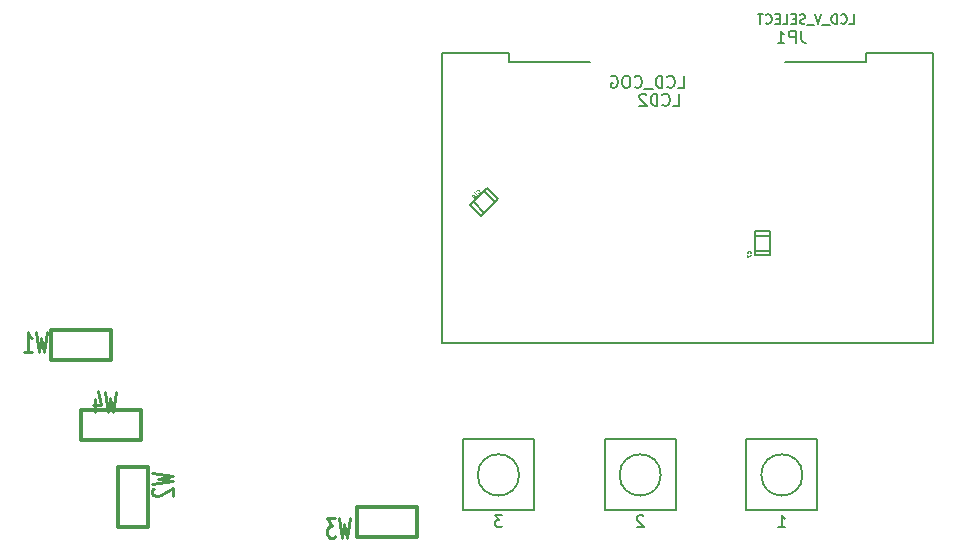
<source format=gbo>
G04 (created by PCBNEW (2013-05-18 BZR 4017)-stable) date Tue 31 Dec 2013 13:11:11 CST*
%MOIN*%
G04 Gerber Fmt 3.4, Leading zero omitted, Abs format*
%FSLAX34Y34*%
G01*
G70*
G90*
G04 APERTURE LIST*
%ADD10C,0.00590551*%
%ADD11C,0.005*%
%ADD12C,0.012*%
%ADD13C,0.0024*%
%ADD14C,0.0107*%
G04 APERTURE END LIST*
G54D10*
G54D11*
X69501Y-44198D02*
X69001Y-44198D01*
X69501Y-44698D02*
X69011Y-44698D01*
X69501Y-44848D02*
X69501Y-44048D01*
X69501Y-44048D02*
X69001Y-44048D01*
X69001Y-44048D02*
X69001Y-44848D01*
X69001Y-44848D02*
X69501Y-44848D01*
X59607Y-43070D02*
X59960Y-43424D01*
X59960Y-42717D02*
X60307Y-43063D01*
X60066Y-42611D02*
X59501Y-43176D01*
X59501Y-43176D02*
X59854Y-43530D01*
X59854Y-43530D02*
X60420Y-42964D01*
X60420Y-42964D02*
X60066Y-42611D01*
G54D12*
X45535Y-47334D02*
X45535Y-48334D01*
X45535Y-48334D02*
X47535Y-48334D01*
X47535Y-48334D02*
X47535Y-47334D01*
X47535Y-47334D02*
X45535Y-47334D01*
X47767Y-53913D02*
X48767Y-53913D01*
X48767Y-53913D02*
X48767Y-51913D01*
X48767Y-51913D02*
X47767Y-51913D01*
X47767Y-51913D02*
X47767Y-53913D01*
X57732Y-54240D02*
X57732Y-53240D01*
X57732Y-53240D02*
X55732Y-53240D01*
X55732Y-53240D02*
X55732Y-54240D01*
X55732Y-54240D02*
X57732Y-54240D01*
G54D10*
X59251Y-52165D02*
X59251Y-53346D01*
X59251Y-53346D02*
X61614Y-53346D01*
X61614Y-53346D02*
X61614Y-50984D01*
X61614Y-50984D02*
X59251Y-50984D01*
X59251Y-50984D02*
X59251Y-52165D01*
X61122Y-52165D02*
G75*
G03X61122Y-52165I-688J0D01*
G74*
G01*
X63976Y-52165D02*
X63976Y-53346D01*
X63976Y-53346D02*
X66338Y-53346D01*
X66338Y-53346D02*
X66338Y-50984D01*
X66338Y-50984D02*
X63976Y-50984D01*
X63976Y-50984D02*
X63976Y-52165D01*
X65846Y-52165D02*
G75*
G03X65846Y-52165I-688J0D01*
G74*
G01*
X68700Y-52165D02*
X68700Y-53346D01*
X68700Y-53346D02*
X71062Y-53346D01*
X71062Y-53346D02*
X71062Y-50984D01*
X71062Y-50984D02*
X68700Y-50984D01*
X68700Y-50984D02*
X68700Y-52165D01*
X70570Y-52165D02*
G75*
G03X70570Y-52165I-688J0D01*
G74*
G01*
G54D12*
X46519Y-50011D02*
X46519Y-51011D01*
X46519Y-51011D02*
X48519Y-51011D01*
X48519Y-51011D02*
X48519Y-50011D01*
X48519Y-50011D02*
X46519Y-50011D01*
G54D10*
X69980Y-38385D02*
X70866Y-38385D01*
X62893Y-38385D02*
X63484Y-38385D01*
X62834Y-38385D02*
X62913Y-38385D01*
X62913Y-38385D02*
X62795Y-38385D01*
X74921Y-38110D02*
X74921Y-47755D01*
X74921Y-47755D02*
X58543Y-47755D01*
X58543Y-47755D02*
X58543Y-38110D01*
X58543Y-38110D02*
X60787Y-38110D01*
X60787Y-38110D02*
X60787Y-38385D01*
X60787Y-38385D02*
X62795Y-38385D01*
X74921Y-38110D02*
X72677Y-38110D01*
X72677Y-38110D02*
X72677Y-38385D01*
X72677Y-38385D02*
X70629Y-38385D01*
G54D13*
X68836Y-44780D02*
X68842Y-44774D01*
X68847Y-44757D01*
X68847Y-44746D01*
X68842Y-44729D01*
X68830Y-44718D01*
X68819Y-44712D01*
X68797Y-44707D01*
X68780Y-44707D01*
X68757Y-44712D01*
X68746Y-44718D01*
X68735Y-44729D01*
X68729Y-44746D01*
X68729Y-44757D01*
X68735Y-44774D01*
X68741Y-44780D01*
X68729Y-44819D02*
X68729Y-44898D01*
X68847Y-44847D01*
X59764Y-42767D02*
X59772Y-42767D01*
X59788Y-42759D01*
X59796Y-42751D01*
X59804Y-42735D01*
X59804Y-42719D01*
X59800Y-42707D01*
X59788Y-42687D01*
X59776Y-42675D01*
X59756Y-42663D01*
X59744Y-42660D01*
X59728Y-42660D01*
X59712Y-42667D01*
X59704Y-42675D01*
X59696Y-42691D01*
X59696Y-42699D01*
X59692Y-42854D02*
X59740Y-42807D01*
X59716Y-42830D02*
X59633Y-42747D01*
X59653Y-42751D01*
X59668Y-42751D01*
X59680Y-42747D01*
X59557Y-42822D02*
X59549Y-42830D01*
X59545Y-42842D01*
X59545Y-42850D01*
X59549Y-42862D01*
X59561Y-42882D01*
X59581Y-42902D01*
X59601Y-42914D01*
X59613Y-42918D01*
X59621Y-42918D01*
X59633Y-42914D01*
X59641Y-42906D01*
X59645Y-42894D01*
X59645Y-42886D01*
X59641Y-42874D01*
X59629Y-42854D01*
X59609Y-42834D01*
X59589Y-42822D01*
X59577Y-42818D01*
X59569Y-42818D01*
X59557Y-42822D01*
G54D14*
X45387Y-47394D02*
X45285Y-48075D01*
X45203Y-47589D01*
X45122Y-48075D01*
X45020Y-47394D01*
X44633Y-48075D02*
X44877Y-48075D01*
X44755Y-48075D02*
X44755Y-47394D01*
X44796Y-47491D01*
X44836Y-47556D01*
X44877Y-47589D01*
G54D12*
G54D14*
X48894Y-52112D02*
X49575Y-52214D01*
X49089Y-52296D01*
X49575Y-52377D01*
X48894Y-52479D01*
X48959Y-52622D02*
X48927Y-52642D01*
X48894Y-52683D01*
X48894Y-52785D01*
X48927Y-52826D01*
X48959Y-52846D01*
X49024Y-52866D01*
X49089Y-52866D01*
X49186Y-52846D01*
X49575Y-52601D01*
X49575Y-52866D01*
G54D12*
G54D14*
X55487Y-53594D02*
X55385Y-54275D01*
X55303Y-53789D01*
X55222Y-54275D01*
X55120Y-53594D01*
X54998Y-53594D02*
X54733Y-53594D01*
X54875Y-53854D01*
X54814Y-53854D01*
X54773Y-53886D01*
X54753Y-53918D01*
X54733Y-53983D01*
X54733Y-54145D01*
X54753Y-54210D01*
X54773Y-54243D01*
X54814Y-54275D01*
X54936Y-54275D01*
X54977Y-54243D01*
X54998Y-54210D01*
G54D12*
G54D10*
X60564Y-53505D02*
X60320Y-53505D01*
X60451Y-53655D01*
X60395Y-53655D01*
X60358Y-53674D01*
X60339Y-53693D01*
X60320Y-53730D01*
X60320Y-53824D01*
X60339Y-53862D01*
X60358Y-53880D01*
X60395Y-53899D01*
X60508Y-53899D01*
X60545Y-53880D01*
X60564Y-53862D01*
X65269Y-53543D02*
X65251Y-53524D01*
X65213Y-53505D01*
X65119Y-53505D01*
X65082Y-53524D01*
X65063Y-53543D01*
X65044Y-53580D01*
X65044Y-53618D01*
X65063Y-53674D01*
X65288Y-53899D01*
X65044Y-53899D01*
X69769Y-53899D02*
X69994Y-53899D01*
X69881Y-53899D02*
X69881Y-53505D01*
X69919Y-53562D01*
X69956Y-53599D01*
X69994Y-53618D01*
X70528Y-37365D02*
X70528Y-37646D01*
X70546Y-37703D01*
X70584Y-37740D01*
X70640Y-37759D01*
X70678Y-37759D01*
X70340Y-37759D02*
X70340Y-37365D01*
X70190Y-37365D01*
X70153Y-37384D01*
X70134Y-37403D01*
X70115Y-37440D01*
X70115Y-37496D01*
X70134Y-37534D01*
X70153Y-37553D01*
X70190Y-37571D01*
X70340Y-37571D01*
X69740Y-37759D02*
X69965Y-37759D01*
X69853Y-37759D02*
X69853Y-37365D01*
X69890Y-37421D01*
X69928Y-37459D01*
X69965Y-37478D01*
X72132Y-37127D02*
X72282Y-37127D01*
X72282Y-36812D01*
X71847Y-37097D02*
X71862Y-37112D01*
X71907Y-37127D01*
X71937Y-37127D01*
X71982Y-37112D01*
X72012Y-37082D01*
X72027Y-37052D01*
X72042Y-36992D01*
X72042Y-36947D01*
X72027Y-36887D01*
X72012Y-36857D01*
X71982Y-36827D01*
X71937Y-36812D01*
X71907Y-36812D01*
X71862Y-36827D01*
X71847Y-36842D01*
X71712Y-37127D02*
X71712Y-36812D01*
X71637Y-36812D01*
X71592Y-36827D01*
X71562Y-36857D01*
X71547Y-36887D01*
X71532Y-36947D01*
X71532Y-36992D01*
X71547Y-37052D01*
X71562Y-37082D01*
X71592Y-37112D01*
X71637Y-37127D01*
X71712Y-37127D01*
X71472Y-37157D02*
X71232Y-37157D01*
X71202Y-36812D02*
X71097Y-37127D01*
X70992Y-36812D01*
X70962Y-37157D02*
X70722Y-37157D01*
X70662Y-37112D02*
X70617Y-37127D01*
X70542Y-37127D01*
X70512Y-37112D01*
X70497Y-37097D01*
X70482Y-37067D01*
X70482Y-37037D01*
X70497Y-37007D01*
X70512Y-36992D01*
X70542Y-36977D01*
X70602Y-36962D01*
X70632Y-36947D01*
X70647Y-36932D01*
X70662Y-36902D01*
X70662Y-36872D01*
X70647Y-36842D01*
X70632Y-36827D01*
X70602Y-36812D01*
X70527Y-36812D01*
X70482Y-36827D01*
X70347Y-36962D02*
X70242Y-36962D01*
X70197Y-37127D02*
X70347Y-37127D01*
X70347Y-36812D01*
X70197Y-36812D01*
X69912Y-37127D02*
X70062Y-37127D01*
X70062Y-36812D01*
X69807Y-36962D02*
X69702Y-36962D01*
X69657Y-37127D02*
X69807Y-37127D01*
X69807Y-36812D01*
X69657Y-36812D01*
X69342Y-37097D02*
X69357Y-37112D01*
X69402Y-37127D01*
X69432Y-37127D01*
X69477Y-37112D01*
X69507Y-37082D01*
X69522Y-37052D01*
X69537Y-36992D01*
X69537Y-36947D01*
X69522Y-36887D01*
X69507Y-36857D01*
X69477Y-36827D01*
X69432Y-36812D01*
X69402Y-36812D01*
X69357Y-36827D01*
X69342Y-36842D01*
X69252Y-36812D02*
X69072Y-36812D01*
X69162Y-37127D02*
X69162Y-36812D01*
G54D14*
X47687Y-49394D02*
X47585Y-50075D01*
X47503Y-49589D01*
X47422Y-50075D01*
X47320Y-49394D01*
X46973Y-49621D02*
X46973Y-50075D01*
X47075Y-49362D02*
X47177Y-49848D01*
X46912Y-49848D01*
G54D12*
G54D10*
X66259Y-39859D02*
X66446Y-39859D01*
X66446Y-39465D01*
X65903Y-39821D02*
X65921Y-39840D01*
X65978Y-39859D01*
X66015Y-39859D01*
X66071Y-39840D01*
X66109Y-39803D01*
X66128Y-39765D01*
X66146Y-39690D01*
X66146Y-39634D01*
X66128Y-39559D01*
X66109Y-39521D01*
X66071Y-39484D01*
X66015Y-39465D01*
X65978Y-39465D01*
X65921Y-39484D01*
X65903Y-39503D01*
X65734Y-39859D02*
X65734Y-39465D01*
X65640Y-39465D01*
X65584Y-39484D01*
X65546Y-39521D01*
X65528Y-39559D01*
X65509Y-39634D01*
X65509Y-39690D01*
X65528Y-39765D01*
X65546Y-39803D01*
X65584Y-39840D01*
X65640Y-39859D01*
X65734Y-39859D01*
X65359Y-39503D02*
X65340Y-39484D01*
X65303Y-39465D01*
X65209Y-39465D01*
X65171Y-39484D01*
X65153Y-39503D01*
X65134Y-39540D01*
X65134Y-39578D01*
X65153Y-39634D01*
X65378Y-39859D01*
X65134Y-39859D01*
X66421Y-39259D02*
X66609Y-39259D01*
X66609Y-38865D01*
X66065Y-39221D02*
X66084Y-39240D01*
X66140Y-39259D01*
X66178Y-39259D01*
X66234Y-39240D01*
X66271Y-39203D01*
X66290Y-39165D01*
X66309Y-39090D01*
X66309Y-39034D01*
X66290Y-38959D01*
X66271Y-38921D01*
X66234Y-38884D01*
X66178Y-38865D01*
X66140Y-38865D01*
X66084Y-38884D01*
X66065Y-38903D01*
X65896Y-39259D02*
X65896Y-38865D01*
X65803Y-38865D01*
X65746Y-38884D01*
X65709Y-38921D01*
X65690Y-38959D01*
X65671Y-39034D01*
X65671Y-39090D01*
X65690Y-39165D01*
X65709Y-39203D01*
X65746Y-39240D01*
X65803Y-39259D01*
X65896Y-39259D01*
X65596Y-39296D02*
X65296Y-39296D01*
X64978Y-39221D02*
X64996Y-39240D01*
X65053Y-39259D01*
X65090Y-39259D01*
X65146Y-39240D01*
X65184Y-39203D01*
X65203Y-39165D01*
X65221Y-39090D01*
X65221Y-39034D01*
X65203Y-38959D01*
X65184Y-38921D01*
X65146Y-38884D01*
X65090Y-38865D01*
X65053Y-38865D01*
X64996Y-38884D01*
X64978Y-38903D01*
X64734Y-38865D02*
X64659Y-38865D01*
X64621Y-38884D01*
X64584Y-38921D01*
X64565Y-38996D01*
X64565Y-39128D01*
X64584Y-39203D01*
X64621Y-39240D01*
X64659Y-39259D01*
X64734Y-39259D01*
X64771Y-39240D01*
X64809Y-39203D01*
X64828Y-39128D01*
X64828Y-38996D01*
X64809Y-38921D01*
X64771Y-38884D01*
X64734Y-38865D01*
X64190Y-38884D02*
X64228Y-38865D01*
X64284Y-38865D01*
X64340Y-38884D01*
X64378Y-38921D01*
X64397Y-38959D01*
X64415Y-39034D01*
X64415Y-39090D01*
X64397Y-39165D01*
X64378Y-39203D01*
X64340Y-39240D01*
X64284Y-39259D01*
X64247Y-39259D01*
X64190Y-39240D01*
X64172Y-39221D01*
X64172Y-39090D01*
X64247Y-39090D01*
M02*

</source>
